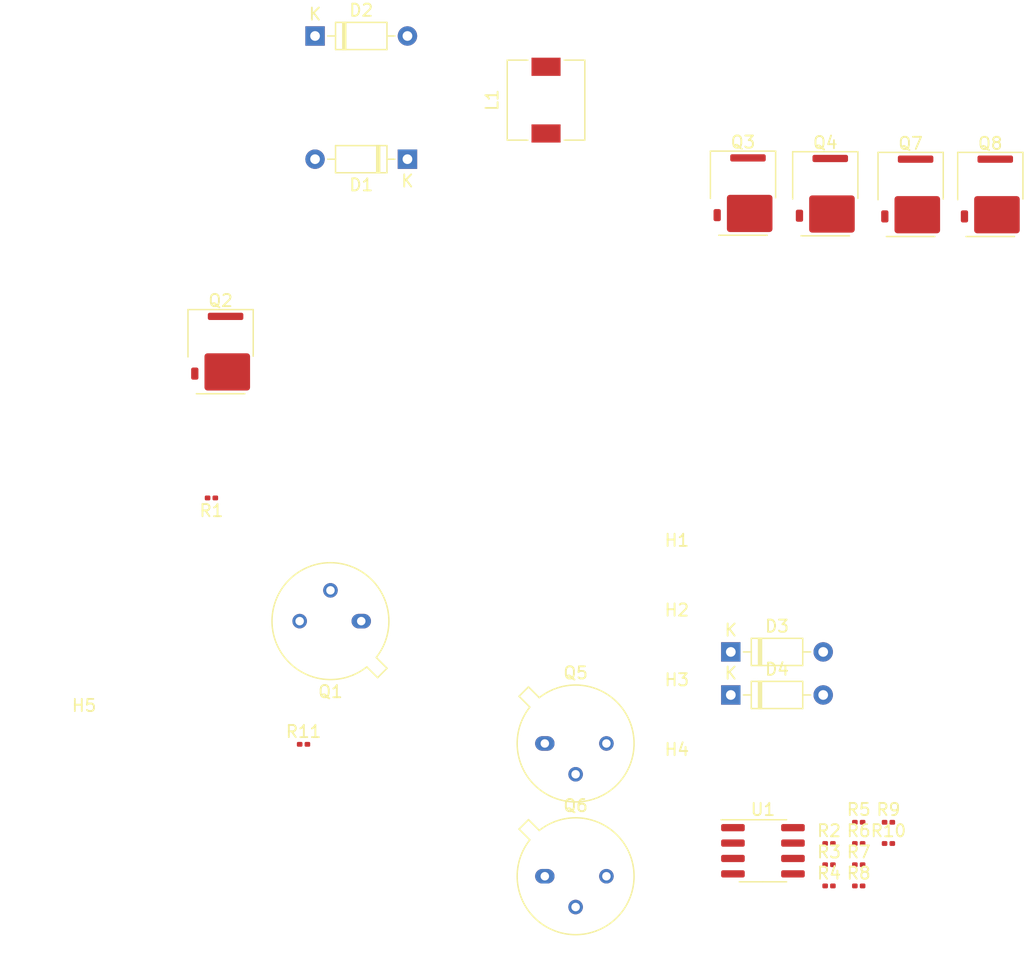
<source format=kicad_pcb>
(kicad_pcb (version 20221018) (generator pcbnew)
  (layers (0 "F.Cu" signal) (31 "B.Cu" signal) (34 "B.Paste" user) (35 "F.Paste" user) (36 "B.SilkS" user "B.Silkscreen") (37 "F.SilkS" user "F.Silkscreen") (38 "B.Mask" user) (39 "F.Mask" user) (44 "Edge.Cuts" user))
  (net 0 "")
  (net 1 "GND")
  (net 2 "Net-(Q1-B)")
  (net 3 "Net-(Q1-C)")
  (net 4 "Net-(Q5-B)")
  (net 5 "Net-(Q3-G)")
  (net 6 "Net-(Q6-B)")
  (net 7 "Net-(Q4-G)")
  (net 8 "Net-(H1-Pad1)")
  (net 9 "Net-(U1A--)")
  (net 10 "Net-(Q7-D)")
  (net 11 "Net-(D1-K)")
  (net 12 "+5V")
  (net 13 "Net-(D2-A)")
  (net 14 "Net-(D3-K)")
  (net 15 "Net-(D3-A)")
  (net 16 "Net-(D4-K)")
  (net 17 "Net-(Q7-G)")
  (net 18 "Net-(Q8-G)")
  (net 19 "Net-(H5-Pad1)")
  (footprint "Resistor_SMD:R_0201_0603Metric" (layer "F.Cu") (at 79.22 88.67)
    (fp_text reference "R3" (at 0 -1.05) (layer "F.SilkS"))
    (fp_text value "10k")
    (pad "1" smd roundrect (at -0.32 0) (size 0.46 0.4) (layers "F.Cu" "F.Mask") (net 12 "+5V"))
    (pad "2" smd roundrect (at 0.32 0) (size 0.46 0.4) (layers "F.Cu" "F.Mask") (net 7 "Net-(Q4-G)"))
  )
  (footprint "Resistor_SMD:R_0201_0603Metric" (layer "F.Cu") (at 81.67 90.42)
    (fp_text reference "R8" (at 0 -1.05) (layer "F.SilkS"))
    (fp_text value "100m")
    (pad "1" smd roundrect (at -0.32 0) (size 0.46 0.4) (layers "F.Cu" "F.Mask") (net 10 "Net-(Q7-D)"))
    (pad "2" smd roundrect (at 0.32 0) (size 0.46 0.4) (layers "F.Cu" "F.Mask") (net 1 "GND"))
  )
  (footprint "MountingHole:MountingHole_2.1mm" (layer "F.Cu") (at 66.67 65.12)
    (fp_text reference "H1" (at 0 -3.2) (layer "F.SilkS"))
    (fp_text value "MountingHole_Pad")
    (pad "" np_thru_hole circle (at 0 0) (size 2.1 2.1) (drill 2.1) (layers "*.Cu" "*.Mask"))
  )
  (footprint "Package_TO_SOT_THT:TO-39-3" (layer "F.Cu") (at 40.64 68.58 180)
    (fp_text reference "Q1" (at 2.54 -5.82) (layer "F.SilkS"))
    (fp_text value "2N2219")
    (fp_line (start -2.125856 -3.888039) (end -1.234902 -2.997084) (stroke (width 0.12)) (layer "F.SilkS"))
    (fp_line (start -1.348039 -4.665856) (end -2.125856 -3.888039) (stroke (width 0.12)) (layer "F.SilkS"))
    (fp_line (start -0.457084 -3.774902) (end -1.348039 -4.665856) (stroke (width 0.12)) (layer "F.SilkS"))
    (fp_arc (start -0.457084 -3.774902) (mid 5.948125 3.408384) (end -1.234674 -2.997371) (stroke (width 0.12)) (layer "F.SilkS"))
    (pad "1" thru_hole oval (at 0 0 180) (size 1.6 1.2) (drill 0.7) (layers "*.Cu" "*.Mask") (net 1 "GND"))
    (pad "2" thru_hole oval (at 2.54 2.54 180) (size 1.2 1.2) (drill 0.7) (layers "*.Cu" "*.Mask") (net 2 "Net-(Q1-B)"))
    (pad "3" thru_hole oval (at 5.08 0 180) (size 1.2 1.2) (drill 0.7) (layers "*.Cu" "*.Mask") (net 3 "Net-(Q1-C)"))
  )
  (footprint "Resistor_SMD:R_0201_0603Metric" (layer "F.Cu") (at 28.285 58.42 180)
    (fp_text reference "R1" (at 0 -1.05) (layer "F.SilkS"))
    (fp_text value "1k")
    (pad "1" smd roundrect (at -0.32 0 180) (size 0.46 0.4) (layers "F.Cu" "F.Mask") (net 12 "+5V"))
    (pad "2" smd roundrect (at 0.32 0 180) (size 0.46 0.4) (layers "F.Cu" "F.Mask") (net 3 "Net-(Q1-C)"))
  )
  (footprint "Package_TO_SOT_THT:TO-39-3" (layer "F.Cu") (at 55.78 78.67)
    (fp_text reference "Q5" (at 2.54 -5.82) (layer "F.SilkS"))
    (fp_text value "2N2219")
    (fp_line (start -2.125856 -3.888039) (end -1.234902 -2.997084) (stroke (width 0.12)) (layer "F.SilkS"))
    (fp_line (start -1.348039 -4.665856) (end -2.125856 -3.888039) (stroke (width 0.12)) (layer "F.SilkS"))
    (fp_line (start -0.457084 -3.774902) (end -1.348039 -4.665856) (stroke (width 0.12)) (layer "F.SilkS"))
    (fp_arc (start -0.457084 -3.774902) (mid 5.948125 3.408384) (end -1.234674 -2.997371) (stroke (width 0.12)) (layer "F.SilkS"))
    (pad "1" thru_hole oval (at 0 0) (size 1.6 1.2) (drill 0.7) (layers "*.Cu" "*.Mask") (net 1 "GND"))
    (pad "2" thru_hole oval (at 2.54 2.54) (size 1.2 1.2) (drill 0.7) (layers "*.Cu" "*.Mask") (net 4 "Net-(Q5-B)"))
    (pad "3" thru_hole oval (at 5.08 0) (size 1.2 1.2) (drill 0.7) (layers "*.Cu" "*.Mask") (net 5 "Net-(Q3-G)"))
  )
  (footprint "Resistor_SMD:R_0201_0603Metric" (layer "F.Cu") (at 35.88 78.74)
    (fp_text reference "R11" (at 0 -1.05) (layer "F.SilkS"))
    (fp_text value "1k")
    (pad "1" smd roundrect (at -0.32 0) (size 0.46 0.4) (layers "F.Cu" "F.Mask") (net 19 "Net-(H5-Pad1)"))
    (pad "2" smd roundrect (at 0.32 0) (size 0.46 0.4) (layers "F.Cu" "F.Mask") (net 2 "Net-(Q1-B)"))
  )
  (footprint "Resistor_SMD:R_0201_0603Metric" (layer "F.Cu") (at 81.67 88.67)
    (fp_text reference "R7" (at 0 -1.05) (layer "F.SilkS"))
    (fp_text value "10k")
    (pad "1" smd roundrect (at -0.32 0) (size 0.46 0.4) (layers "F.Cu" "F.Mask") (net 18 "Net-(Q8-G)"))
    (pad "2" smd roundrect (at 0.32 0) (size 0.46 0.4) (layers "F.Cu" "F.Mask") (net 10 "Net-(Q7-D)"))
  )
  (footprint "Transistor_Power:GaN_Systems_GaNPX-3_5x6.6mm_Drain2.93x0.6mm" (layer "F.Cu") (at 78.910897 33.332769)
    (fp_text reference "Q4" (at 0 -4.21) (layer "F.SilkS"))
    (fp_text value "PMOS")
    (fp_line (start -2.69 -3.47) (end -2.69 0.4325) (stroke (width 0.12)) (layer "F.SilkS"))
    (fp_line (start -2 3.47) (end 2 3.47) (stroke (width 0.12)) (layer "F.SilkS"))
    (fp_line (start 2.69 -3.47) (end -2.69 -3.47) (stroke (width 0.12)) (layer "F.SilkS"))
    (fp_line (start 2.69 0.375) (end 2.69 -3.47) (stroke (width 0.12)) (layer "F.SilkS"))
    (pad "1" smd roundrect (at 0.41 -2.91) (size 2.93 0.6) (layers "F.Cu" "F.Paste" "F.Mask") (net 15 "Net-(D3-A)"))
    (pad "2" smd roundrect (at -2.13 1.81) (size 0.6 1) (layers "F.Cu" "F.Paste" "F.Mask") (net 7 "Net-(Q4-G)"))
    (pad "3" smd roundrect (at 0.55 1.67) (size 3.76 3.07) (layers "F.Cu" "F.Mask") (roundrect_rratio 0.08143322476) (net 13 "Net-(D2-A)"))
  )
  (footprint "Inductor_SMD:L_6.3x6.3_H3" (layer "F.Cu") (at 55.88 25.61 90)
    (fp_text reference "L1" (at 0 -4.45 90) (layer "F.SilkS"))
    (fp_text value "50u")
    (fp_line (start -3.3 -3.2) (end 3.3 -3.2) (stroke (width 0.12)) (layer "F.SilkS"))
    (fp_line (start -3.3 -1.5) (end -3.3 -3.2) (stroke (width 0.12)) (layer "F.SilkS"))
    (fp_line (start -3.3 3.2) (end -3.3 1.5) (stroke (width 0.12)) (layer "F.SilkS"))
    (fp_line (start 3.3 -3.2) (end 3.3 -1.5) (stroke (width 0.12)) (layer "F.SilkS"))
    (fp_line (start 3.3 1.5) (end 3.3 3.2) (stroke (width 0.12)) (layer "F.SilkS"))
    (fp_line (start 3.3 3.2) (end -3.3 3.2) (stroke (width 0.12)) (layer "F.SilkS"))
    (pad "1" smd rect (at -2.75 0 90) (size 1.5 2.4) (layers "F.Cu" "F.Paste" "F.Mask") (net 11 "Net-(D1-K)"))
    (pad "2" smd rect (at 2.75 0 90) (size 1.5 2.4) (layers "F.Cu" "F.Paste" "F.Mask") (net 13 "Net-(D2-A)"))
  )
  (footprint "Diode_THT:D_DO-35_SOD27_P7.62mm_Horizontal" (layer "F.Cu") (at 71.12 71.12)
    (fp_text reference "D3" (at 3.81 -2.12) (layer "F.SilkS"))
    (fp_text value "1N5711")
    (fp_text user "K" (at 0 -1.8) (layer "F.SilkS"))
    (fp_line (start 1.04 0) (end 1.69 0) (stroke (width 0.12)) (layer "F.SilkS"))
    (fp_line (start 1.69 -1.12) (end 1.69 1.12) (stroke (width 0.12)) (layer "F.SilkS"))
    (fp_line (start 1.69 1.12) (end 5.93 1.12) (stroke (width 0.12)) (layer "F.SilkS"))
    (fp_line (start 2.29 -1.12) (end 2.29 1.12) (stroke (width 0.12)) (layer "F.SilkS"))
    (fp_line (start 2.41 -1.12) (end 2.41 1.12) (stroke (width 0.12)) (layer "F.SilkS"))
    (fp_line (start 2.53 -1.12) (end 2.53 1.12) (stroke (width 0.12)) (layer "F.SilkS"))
    (fp_line (start 5.93 -1.12) (end 1.69 -1.12) (stroke (width 0.12)) (layer "F.SilkS"))
    (fp_line (start 5.93 1.12) (end 5.93 -1.12) (stroke (width 0.12)) (layer "F.SilkS"))
    (fp_line (start 6.58 0) (end 5.93 0) (stroke (width 0.12)) (layer "F.SilkS"))
    (pad "1" thru_hole rect (at 0 0) (size 1.6 1.6) (drill 0.8) (layers "*.Cu" "*.Mask") (net 14 "Net-(D3-K)"))
    (pad "2" thru_hole oval (at 7.62 0) (size 1.6 1.6) (drill 0.8) (layers "*.Cu" "*.Mask") (net 15 "Net-(D3-A)"))
  )
  (footprint "MountingHole:MountingHole_2.1mm" (layer "F.Cu") (at 17.78 78.74)
    (fp_text reference "H5" (at 0 -3.2) (layer "F.SilkS"))
    (fp_text value "MountingHole_Pad")
    (pad "" np_thru_hole circle (at 0 0) (size 2.1 2.1) (drill 2.1) (layers "*.Cu" "*.Mask"))
  )
  (footprint "Package_TO_SOT_THT:TO-39-3" (layer "F.Cu") (at 55.78 89.62)
    (fp_text reference "Q6" (at 2.54 -5.82) (layer "F.SilkS"))
    (fp_text value "2N2219")
    (fp_line (start -2.125856 -3.888039) (end -1.234902 -2.997084) (stroke (width 0.12)) (layer "F.SilkS"))
    (fp_line (start -1.348039 -4.665856) (end -2.125856 -3.888039) (stroke (width 0.12)) (layer "F.SilkS"))
    (fp_line (start -0.457084 -3.774902) (end -1.348039 -4.665856) (stroke (width 0.12)) (layer "F.SilkS"))
    (fp_arc (start -0.457084 -3.774902) (mid 5.948125 3.408384) (end -1.234674 -2.997371) (stroke (width 0.12)) (layer "F.SilkS"))
    (pad "1" thru_hole oval (at 0 0) (size 1.6 1.2) (drill 0.7) (layers "*.Cu" "*.Mask") (net 1 "GND"))
    (pad "2" thru_hole oval (at 2.54 2.54) (size 1.2 1.2) (drill 0.7) (layers "*.Cu" "*.Mask") (net 6 "Net-(Q6-B)"))
    (pad "3" thru_hole oval (at 5.08 0) (size 1.2 1.2) (drill 0.7) (layers "*.Cu" "*.Mask") (net 7 "Net-(Q4-G)"))
  )
  (footprint "MountingHole:MountingHole_2.1mm" (layer "F.Cu") (at 66.67 70.87)
    (fp_text reference "H2" (at 0 -3.2) (layer "F.SilkS"))
    (fp_text value "MountingHole_Pad")
    (pad "" np_thru_hole circle (at 0 0) (size 2.1 2.1) (drill 2.1) (layers "*.Cu" "*.Mask"))
  )
  (footprint "Transistor_Power:GaN_Systems_GaNPX-3_5x6.6mm_Drain2.93x0.6mm" (layer "F.Cu") (at 92.52 33.39)
    (fp_text reference "Q8" (at 0 -4.21) (layer "F.SilkS"))
    (fp_text value "PMOS")
    (fp_line (start -2.69 -3.47) (end -2.69 0.4325) (stroke (width 0.12)) (layer "F.SilkS"))
    (fp_line (start -2 3.47) (end 2 3.47) (stroke (width 0.12)) (layer "F.SilkS"))
    (fp_line (start 2.69 -3.47) (end -2.69 -3.47) (stroke (width 0.12)) (layer "F.SilkS"))
    (fp_line (start 2.69 0.375) (end 2.69 -3.47) (stroke (width 0.12)) (layer "F.SilkS"))
    (pad "1" smd roundrect (at 0.41 -2.91) (size 2.93 0.6) (layers "F.Cu" "F.Paste" "F.Mask") (net 10 "Net-(Q7-D)"))
    (pad "2" smd roundrect (at -2.13 1.81) (size 0.6 1) (layers "F.Cu" "F.Paste" "F.Mask") (net 18 "Net-(Q8-G)"))
    (pad "3" smd roundrect (at 0.55 1.67) (size 3.76 3.07) (layers "F.Cu" "F.Mask") (roundrect_rratio 0.08143322476) (net 16 "Net-(D4-K)"))
  )
  (footprint "Package_SO:SOIC-8_3.9x4.9mm_P1.27mm" (layer "F.Cu") (at 73.77 87.52)
    (fp_text reference "U1" (at 0 -3.4) (layer "F.SilkS"))
    (fp_text value "TLV9062xD")
    (fp_line (start 0 -2.56) (end -3.45 -2.56) (stroke (width 0.12)) (layer "F.SilkS"))
    (fp_line (start 0 -2.56) (end 1.95 -2.56) (stroke (width 0.12)) (layer "F.SilkS"))
    (fp_line (start 0 2.56) (end -1.95 2.56) (stroke (width 0.12)) (layer "F.SilkS"))
    (fp_line (start 0 2.56) (end 1.95 2.56) (stroke (width 0.12)) (layer "F.SilkS"))
    (pad "1" smd roundrect (at -2.475 -1.905) (size 1.95 0.6) (layers "F.Cu" "F.Paste" "F.Mask") (net 8 "Net-(H1-Pad1)"))
    (pad "2" smd roundrect (at -2.475 -0.635) (size 1.95 0.6) (layers "F.Cu" "F.Paste" "F.Mask") (net 9 "Net-(U1A--)"))
    (pad "3" smd roundrect (at -2.475 0.635) (size 1.95 0.6) (layers "F.Cu" "F.Paste" "F.Mask") (net 10 "Net-(Q7-D)"))
    (pad "4" smd roundrect (at -2.475 1.905) (size 1.95 0.6) (layers "F.Cu" "F.Paste" "F.Mask"))
    (pad "5" smd roundrect (at 2.475 1.905) (size 1.95 0.6) (layers "F.Cu" "F.Paste" "F.Mask"))
    (pad "6" smd roundrect (at 2.475 0.635) (size 1.95 0.6) (layers "F.Cu" "F.Paste" "F.Mask"))
    (pad "7" smd roundrect (at 2.475 -0.635) (size 1.95 0.6) (layers "F.Cu" "F.Paste" "F.Mask"))
    (pad "8" smd roundrect (at 2.475 -1.905) (size 1.95 0.6) (layers "F.Cu" "F.Paste" "F.Mask"))
  )
  (footprint "Transistor_Power:GaN_Systems_GaNPX-3_5x6.6mm_Drain2.93x0.6mm" (layer "F.Cu") (at 29.04 46.355)
    (fp_text reference "Q2" (at 0 -4.21) (layer "F.SilkS"))
    (fp_text value "PMOS")
    (fp_line (start -2.69 -3.47) (end -2.69 0.4325) (stroke (width 0.12)) (layer "F.SilkS"))
    (fp_line (start -2 3.47) (end 2 3.47) (stroke (width 0.12)) (layer "F.SilkS"))
    (fp_line (start 2.69 -3.47) (end -2.69 -3.47) (stroke (width 0.12)) (layer "F.SilkS"))
    (fp_line (start 2.69 0.375) (end 2.69 -3.47) (stroke (width 0.12)) (layer "F.SilkS"))
    (pad "1" smd roundrect (at 0.41 -2.91) (size 2.93 0.6) (layers "F.Cu" "F.Paste" "F.Mask") (net 11 "Net-(D1-K)"))
    (pad "2" smd roundrect (at -2.13 1.81) (size 0.6 1) (layers "F.Cu" "F.Paste" "F.Mask") (net 3 "Net-(Q1-C)"))
    (pad "3" smd roundrect (at 0.55 1.67) (size 3.76 3.07) (layers "F.Cu" "F.Mask") (roundrect_rratio 0.08143322476) (net 12 "+5V"))
  )
  (footprint "MountingHole:MountingHole_2.1mm" (layer "F.Cu") (at 66.67 76.62)
    (fp_text reference "H3" (at 0 -3.2) (layer "F.SilkS"))
    (fp_text value "MountingHole_Pad")
    (pad "" np_thru_hole circle (at 0 0) (size 2.1 2.1) (drill 2.1) (layers "*.Cu" "*.Mask"))
  )
  (footprint "Transistor_Power:GaN_Systems_GaNPX-3_5x6.6mm_Drain2.93x0.6mm" (layer "F.Cu") (at 85.95 33.39)
    (fp_text reference "Q7" (at 0 -4.21) (layer "F.SilkS"))
    (fp_text value "PMOS")
    (fp_line (start -2.69 -3.47) (end -2.69 0.4325) (stroke (width 0.12)) (layer "F.SilkS"))
    (fp_line (start -2 3.47) (end 2 3.47) (stroke (width 0.12)) (layer "F.SilkS"))
    (fp_line (start 2.69 -3.47) (end -2.69 -3.47) (stroke (width 0.12)) (layer "F.SilkS"))
    (fp_line (start 2.69 0.375) (end 2.69 -3.47) (stroke (width 0.12)) (layer "F.SilkS"))
    (pad "1" smd roundrect (at 0.41 -2.91) (size 2.93 0.6) (layers "F.Cu" "F.Paste" "F.Mask") (net 10 "Net-(Q7-D)"))
    (pad "2" smd roundrect (at -2.13 1.81) (size 0.6 1) (layers "F.Cu" "F.Paste" "F.Mask") (net 17 "Net-(Q7-G)"))
    (pad "3" smd roundrect (at 0.55 1.67) (size 3.76 3.07) (layers "F.Cu" "F.Mask") (roundrect_rratio 0.08143322476) (net 14 "Net-(D3-K)"))
  )
  (footprint "Resistor_SMD:R_0201_0603Metric" (layer "F.Cu") (at 79.22 86.92)
    (fp_text reference "R2" (at 0 -1.05) (layer "F.SilkS"))
    (fp_text value "10k")
    (pad "1" smd roundrect (at -0.32 0) (size 0.46 0.4) (layers "F.Cu" "F.Mask") (net 12 "+5V"))
    (pad "2" smd roundrect (at 0.32 0) (size 0.46 0.4) (layers "F.Cu" "F.Mask") (net 5 "Net-(Q3-G)"))
  )
  (footprint "Diode_THT:D_DO-35_SOD27_P7.62mm_Horizontal" (layer "F.Cu") (at 44.45 30.48 180)
    (fp_text reference "D1" (at 3.81 -2.12) (layer "F.SilkS"))
    (fp_text value "1N5711")
    (fp_text user "K" (at 0 -1.8) (layer "F.SilkS"))
    (fp_line (start 1.04 0) (end 1.69 0) (stroke (width 0.12)) (layer "F.SilkS"))
    (fp_line (start 1.69 -1.12) (end 1.69 1.12) (stroke (width 0.12)) (layer "F.SilkS"))
    (fp_line (start 1.69 1.12) (end 5.93 1.12) (stroke (width 0.12)) (layer "F.SilkS"))
    (fp_line (start 2.29 -1.12) (end 2.29 1.12) (stroke (width 0.12)) (layer "F.SilkS"))
    (fp_line (start 2.41 -1.12) (end 2.41 1.12) (stroke (width 0.12)) (layer "F.SilkS"))
    (fp_line (start 2.53 -1.12) (end 2.53 1.12) (stroke (width 0.12)) (layer "F.SilkS"))
    (fp_line (start 5.93 -1.12) (end 1.69 -1.12) (stroke (width 0.12)) (layer "F.SilkS"))
    (fp_line (start 5.93 1.12) (end 5.93 -1.12) (stroke (width 0.12)) (layer "F.SilkS"))
    (fp_line (start 6.58 0) (end 5.93 0) (stroke (width 0.12)) (layer "F.SilkS"))
    (pad "1" thru_hole rect (at 0 0 180) (size 1.6 1.6) (drill 0.8) (layers "*.Cu" "*.Mask") (net 11 "Net-(D1-K)"))
    (pad "2" thru_hole oval (at 7.62 0 180) (size 1.6 1.6) (drill 0.8) (layers "*.Cu" "*.Mask") (net 1 "GND"))
  )
  (footprint "Diode_THT:D_DO-35_SOD27_P7.62mm_Horizontal" (layer "F.Cu") (at 71.12 74.67)
    (fp_text reference "D4" (at 3.81 -2.12) (layer "F.SilkS"))
    (fp_text value "1N5711")
    (fp_text user "K" (at 0 -1.8) (layer "F.SilkS"))
    (fp_line (start 1.04 0) (end 1.69 0) (stroke (width 0.12)) (layer "F.SilkS"))
    (fp_line (start 1.69 -1.12) (end 1.69 1.12) (stroke (width 0.12)) (layer "F.SilkS"))
    (fp_line (start 1.69 1.12) (end 5.93 1.12) (stroke (width 0.12)) (layer "F.SilkS"))
    (fp_line (start 2.29 -1.12) (end 2.29 1.12) (stroke (width 0.12)) (layer "F.SilkS"))
    (fp_line (start 2.41 -1.12) (end 2.41 1.12) (stroke (width 0.12)) (layer "F.SilkS"))
    (fp_line (start 2.53 -1.12) (end 2.53 1.12) (stroke (width 0.12)) (layer "F.SilkS"))
    (fp_line (start 5.93 -1.12) (end 1.69 -1.12) (stroke (width 0.12)) (layer "F.SilkS"))
    (fp_line (start 5.93 1.12) (end 5.93 -1.12) (stroke (width 0.12)) (layer "F.SilkS"))
    (fp_line (start 6.58 0) (end 5.93 0) (stroke (width 0.12)) (layer "F.SilkS"))
    (pad "1" thru_hole rect (at 0 0) (size 1.6 1.6) (drill 0.8) (layers "*.Cu" "*.Mask") (net 16 "Net-(D4-K)"))
    (pad "2" thru_hole oval (at 7.62 0) (size 1.6 1.6) (drill 0.8) (layers "*.Cu" "*.Mask") (net 14 "Net-(D3-K)"))
  )
  (footprint "Resistor_SMD:R_0201_0603Metric" (layer "F.Cu") (at 79.22 90.42)
    (fp_text reference "R4" (at 0 -1.05) (layer "F.SilkS"))
    (fp_text value "10k")
    (pad "1" smd roundrect (at -0.32 0) (size 0.46 0.4) (layers "F.Cu" "F.Mask") (net 17 "Net-(Q7-G)"))
    (pad "2" smd roundrect (at 0.32 0) (size 0.46 0.4) (layers "F.Cu" "F.Mask") (net 6 "Net-(Q6-B)"))
  )
  (footprint "Resistor_SMD:R_0201_0603Metric" (layer "F.Cu") (at 81.67 85.17)
    (fp_text reference "R5" (at 0 -1.05) (layer "F.SilkS"))
    (fp_text value "10k")
    (pad "1" smd roundrect (at -0.32 0) (size 0.46 0.4) (layers "F.Cu" "F.Mask") (net 18 "Net-(Q8-G)"))
    (pad "2" smd roundrect (at 0.32 0) (size 0.46 0.4) (layers "F.Cu" "F.Mask") (net 4 "Net-(Q5-B)"))
  )
  (footprint "Transistor_Power:GaN_Systems_GaNPX-3_5x6.6mm_Drain2.93x0.6mm" (layer "F.Cu") (at 72.125609 33.285287)
    (fp_text reference "Q3" (at 0 -4.21) (layer "F.SilkS"))
    (fp_text value "PMOS")
    (fp_line (start -2.69 -3.47) (end -2.69 0.4325) (stroke (width 0.12)) (layer "F.SilkS"))
    (fp_line (start -2 3.47) (end 2 3.47) (stroke (width 0.12)) (layer "F.SilkS"))
    (fp_line (start 2.69 -3.47) (end -2.69 -3.47) (stroke (width 0.12)) (layer "F.SilkS"))
    (fp_line (start 2.69 0.375) (end 2.69 -3.47) (stroke (width 0.12)) (layer "F.SilkS"))
    (pad "1" smd roundrect (at 0.41 -2.91) (size 2.93 0.6) (layers "F.Cu" "F.Paste" "F.Mask") (net 14 "Net-(D3-K)"))
    (pad "2" smd roundrect (at -2.13 1.81) (size 0.6 1) (layers "F.Cu" "F.Paste" "F.Mask") (net 5 "Net-(Q3-G)"))
    (pad "3" smd roundrect (at 0.55 1.67) (size 3.76 3.07) (layers "F.Cu" "F.Mask") (roundrect_rratio 0.08143322476) (net 13 "Net-(D2-A)"))
  )
  (footprint "Diode_THT:D_DO-35_SOD27_P7.62mm_Horizontal" (layer "F.Cu") (at 36.83 20.32)
    (fp_text reference "D2" (at 3.81 -2.12) (layer "F.SilkS"))
    (fp_text value "1N5711")
    (fp_text user "K" (at 0 -1.8) (layer "F.SilkS"))
    (fp_line (start 1.04 0) (end 1.69 0) (stroke (width 0.12)) (layer "F.SilkS"))
    (fp_line (start 1.69 -1.12) (end 1.69 1.12) (stroke (width 0.12)) (layer "F.SilkS"))
    (fp_line (start 1.69 1.12) (end 5.93 1.12) (stroke (width 0.12)) (layer "F.SilkS"))
    (fp_line (start 2.29 -1.12) (end 2.29 1.12) (stroke (width 0.12)) (layer "F.SilkS"))
    (fp_line (start 2.41 -1.12) (end 2.41 1.12) (stroke (width 0.12)) (layer "F.SilkS"))
    (fp_line (start 2.53 -1.12) (end 2.53 1.12) (stroke (width 0.12)) (layer "F.SilkS"))
    (fp_line (start 5.93 -1.12) (end 1.69 -1.12) (stroke (width 0.12)) (layer "F.SilkS"))
    (fp_line (start 5.93 1.12) (end 5.93 -1.12) (stroke (width 0.12)) (layer "F.SilkS"))
    (fp_line (start 6.58 0) (end 5.93 0) (stroke (width 0.12)) (layer "F.SilkS"))
    (pad "1" thru_hole rect (at 0 0) (size 1.6 1.6) (drill 0.8) (layers "*.Cu" "*.Mask") (net 12 "+5V"))
    (pad "2" thru_hole oval (at 7.62 0) (size 1.6 1.6) (drill 0.8) (layers "*.Cu" "*.Mask") (net 13 "Net-(D2-A)"))
  )
  (footprint "Resistor_SMD:R_0201_0603Metric" (layer "F.Cu") (at 84.12 86.92)
    (fp_text reference "R10" (at 0 -1.05) (layer "F.SilkS"))
    (fp_text value "1k")
    (pad "1" smd roundrect (at -0.32 0) (size 0.46 0.4) (layers "F.Cu" "F.Mask") (net 1 "GND"))
    (pad "2" smd roundrect (at 0.32 0) (size 0.46 0.4) (layers "F.Cu" "F.Mask") (net 9 "Net-(U1A--)"))
  )
  (footprint "Resistor_SMD:R_0201_0603Metric" (layer "F.Cu") (at 81.67 86.92)
    (fp_text reference "R6" (at 0 -1.05) (layer "F.SilkS"))
    (fp_text value "10k")
    (pad "1" smd roundrect (at -0.32 0) (size 0.46 0.4) (layers "F.Cu" "F.Mask") (net 17 "Net-(Q7-G)"))
    (pad "2" smd roundrect (at 0.32 0) (size 0.46 0.4) (layers "F.Cu" "F.Mask") (net 10 "Net-(Q7-D)"))
  )
  (footprint "MountingHole:MountingHole_2.1mm" (layer "F.Cu") (at 66.67 82.37)
    (fp_text reference "H4" (at 0 -3.2) (layer "F.SilkS"))
    (fp_text value "MountingHole_Pad")
    (pad "" np_thru_hole circle (at 0 0) (size 2.1 2.1) (drill 2.1) (layers "*.Cu" "*.Mask"))
  )
  (footprint "Resistor_SMD:R_0201_0603Metric" (layer "F.Cu") (at 84.12 85.17)
    (fp_text reference "R9" (at 0 -1.05) (layer "F.SilkS"))
    (fp_text value "300k")
    (pad "1" smd roundrect (at -0.32 0) (size 0.46 0.4) (layers "F.Cu" "F.Mask") (net 9 "Net-(U1A--)"))
    (pad "2" smd roundrect (at 0.32 0) (size 0.46 0.4) (layers "F.Cu" "F.Mask") (net 8 "Net-(H1-Pad1)"))
  )
)
</source>
